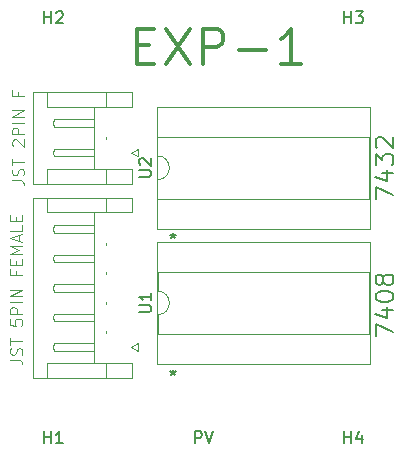
<source format=gbr>
%TF.GenerationSoftware,KiCad,Pcbnew,(6.0.6)*%
%TF.CreationDate,2022-10-10T23:46:28+05:30*%
%TF.ProjectId,exp1,65787031-2e6b-4696-9361-645f70636258,rev?*%
%TF.SameCoordinates,Original*%
%TF.FileFunction,Legend,Top*%
%TF.FilePolarity,Positive*%
%FSLAX46Y46*%
G04 Gerber Fmt 4.6, Leading zero omitted, Abs format (unit mm)*
G04 Created by KiCad (PCBNEW (6.0.6)) date 2022-10-10 23:46:28*
%MOMM*%
%LPD*%
G01*
G04 APERTURE LIST*
%ADD10C,0.125000*%
%ADD11C,0.150000*%
%ADD12C,0.300000*%
%ADD13C,0.120000*%
G04 APERTURE END LIST*
D10*
X114637380Y-65832857D02*
X115351666Y-65832857D01*
X115494523Y-65880476D01*
X115589761Y-65975714D01*
X115637380Y-66118571D01*
X115637380Y-66213809D01*
X115589761Y-65404285D02*
X115637380Y-65261428D01*
X115637380Y-65023333D01*
X115589761Y-64928095D01*
X115542142Y-64880476D01*
X115446904Y-64832857D01*
X115351666Y-64832857D01*
X115256428Y-64880476D01*
X115208809Y-64928095D01*
X115161190Y-65023333D01*
X115113571Y-65213809D01*
X115065952Y-65309047D01*
X115018333Y-65356666D01*
X114923095Y-65404285D01*
X114827857Y-65404285D01*
X114732619Y-65356666D01*
X114685000Y-65309047D01*
X114637380Y-65213809D01*
X114637380Y-64975714D01*
X114685000Y-64832857D01*
X114637380Y-64547142D02*
X114637380Y-63975714D01*
X115637380Y-64261428D02*
X114637380Y-64261428D01*
X114732619Y-62928095D02*
X114685000Y-62880476D01*
X114637380Y-62785238D01*
X114637380Y-62547142D01*
X114685000Y-62451904D01*
X114732619Y-62404285D01*
X114827857Y-62356666D01*
X114923095Y-62356666D01*
X115065952Y-62404285D01*
X115637380Y-62975714D01*
X115637380Y-62356666D01*
X115637380Y-61928095D02*
X114637380Y-61928095D01*
X114637380Y-61547142D01*
X114685000Y-61451904D01*
X114732619Y-61404285D01*
X114827857Y-61356666D01*
X114970714Y-61356666D01*
X115065952Y-61404285D01*
X115113571Y-61451904D01*
X115161190Y-61547142D01*
X115161190Y-61928095D01*
X115637380Y-60928095D02*
X114637380Y-60928095D01*
X115637380Y-60451904D02*
X114637380Y-60451904D01*
X115637380Y-59880476D01*
X114637380Y-59880476D01*
X115113571Y-58309047D02*
X115113571Y-58642380D01*
X115637380Y-58642380D02*
X114637380Y-58642380D01*
X114637380Y-58166190D01*
D11*
X130119523Y-88082380D02*
X130119523Y-87082380D01*
X130500476Y-87082380D01*
X130595714Y-87130000D01*
X130643333Y-87177619D01*
X130690952Y-87272857D01*
X130690952Y-87415714D01*
X130643333Y-87510952D01*
X130595714Y-87558571D01*
X130500476Y-87606190D01*
X130119523Y-87606190D01*
X130976666Y-87082380D02*
X131310000Y-88082380D01*
X131643333Y-87082380D01*
X128235000Y-81862380D02*
X128235000Y-82100476D01*
X127996904Y-82005238D02*
X128235000Y-82100476D01*
X128473095Y-82005238D01*
X128092142Y-82290952D02*
X128235000Y-82100476D01*
X128377857Y-82290952D01*
D12*
X125222857Y-54395714D02*
X126222857Y-54395714D01*
X126651428Y-55967142D02*
X125222857Y-55967142D01*
X125222857Y-52967142D01*
X126651428Y-52967142D01*
X127651428Y-52967142D02*
X129651428Y-55967142D01*
X129651428Y-52967142D02*
X127651428Y-55967142D01*
X130794285Y-55967142D02*
X130794285Y-52967142D01*
X131937142Y-52967142D01*
X132222857Y-53110000D01*
X132365714Y-53252857D01*
X132508571Y-53538571D01*
X132508571Y-53967142D01*
X132365714Y-54252857D01*
X132222857Y-54395714D01*
X131937142Y-54538571D01*
X130794285Y-54538571D01*
X133794285Y-54824285D02*
X136080000Y-54824285D01*
X139080000Y-55967142D02*
X137365714Y-55967142D01*
X138222857Y-55967142D02*
X138222857Y-52967142D01*
X137937142Y-53395714D01*
X137651428Y-53681428D01*
X137365714Y-53824285D01*
D10*
X114477380Y-81022380D02*
X115191666Y-81022380D01*
X115334523Y-81070000D01*
X115429761Y-81165238D01*
X115477380Y-81308095D01*
X115477380Y-81403333D01*
X115429761Y-80593809D02*
X115477380Y-80450952D01*
X115477380Y-80212857D01*
X115429761Y-80117619D01*
X115382142Y-80070000D01*
X115286904Y-80022380D01*
X115191666Y-80022380D01*
X115096428Y-80070000D01*
X115048809Y-80117619D01*
X115001190Y-80212857D01*
X114953571Y-80403333D01*
X114905952Y-80498571D01*
X114858333Y-80546190D01*
X114763095Y-80593809D01*
X114667857Y-80593809D01*
X114572619Y-80546190D01*
X114525000Y-80498571D01*
X114477380Y-80403333D01*
X114477380Y-80165238D01*
X114525000Y-80022380D01*
X114477380Y-79736666D02*
X114477380Y-79165238D01*
X115477380Y-79450952D02*
X114477380Y-79450952D01*
X114477380Y-77593809D02*
X114477380Y-78070000D01*
X114953571Y-78117619D01*
X114905952Y-78070000D01*
X114858333Y-77974761D01*
X114858333Y-77736666D01*
X114905952Y-77641428D01*
X114953571Y-77593809D01*
X115048809Y-77546190D01*
X115286904Y-77546190D01*
X115382142Y-77593809D01*
X115429761Y-77641428D01*
X115477380Y-77736666D01*
X115477380Y-77974761D01*
X115429761Y-78070000D01*
X115382142Y-78117619D01*
X115477380Y-77117619D02*
X114477380Y-77117619D01*
X114477380Y-76736666D01*
X114525000Y-76641428D01*
X114572619Y-76593809D01*
X114667857Y-76546190D01*
X114810714Y-76546190D01*
X114905952Y-76593809D01*
X114953571Y-76641428D01*
X115001190Y-76736666D01*
X115001190Y-77117619D01*
X115477380Y-76117619D02*
X114477380Y-76117619D01*
X115477380Y-75641428D02*
X114477380Y-75641428D01*
X115477380Y-75070000D01*
X114477380Y-75070000D01*
X114953571Y-73498571D02*
X114953571Y-73831904D01*
X115477380Y-73831904D02*
X114477380Y-73831904D01*
X114477380Y-73355714D01*
X114953571Y-72974761D02*
X114953571Y-72641428D01*
X115477380Y-72498571D02*
X115477380Y-72974761D01*
X114477380Y-72974761D01*
X114477380Y-72498571D01*
X115477380Y-72070000D02*
X114477380Y-72070000D01*
X115191666Y-71736666D01*
X114477380Y-71403333D01*
X115477380Y-71403333D01*
X115191666Y-70974761D02*
X115191666Y-70498571D01*
X115477380Y-71070000D02*
X114477380Y-70736666D01*
X115477380Y-70403333D01*
X115477380Y-69593809D02*
X115477380Y-70070000D01*
X114477380Y-70070000D01*
X114953571Y-69260476D02*
X114953571Y-68927142D01*
X115477380Y-68784285D02*
X115477380Y-69260476D01*
X114477380Y-69260476D01*
X114477380Y-68784285D01*
D11*
X128255000Y-70272380D02*
X128255000Y-70510476D01*
X128016904Y-70415238D02*
X128255000Y-70510476D01*
X128493095Y-70415238D01*
X128112142Y-70700952D02*
X128255000Y-70510476D01*
X128397857Y-70700952D01*
%TO.C,U1*%
X125392380Y-76961904D02*
X126201904Y-76961904D01*
X126297142Y-76914285D01*
X126344761Y-76866666D01*
X126392380Y-76771428D01*
X126392380Y-76580952D01*
X126344761Y-76485714D01*
X126297142Y-76438095D01*
X126201904Y-76390476D01*
X125392380Y-76390476D01*
X126392380Y-75390476D02*
X126392380Y-75961904D01*
X126392380Y-75676190D02*
X125392380Y-75676190D01*
X125535238Y-75771428D01*
X125630476Y-75866666D01*
X125678095Y-75961904D01*
X145403571Y-79012857D02*
X145403571Y-78012857D01*
X146903571Y-78655714D01*
X145903571Y-76798571D02*
X146903571Y-76798571D01*
X145332142Y-77155714D02*
X146403571Y-77512857D01*
X146403571Y-76584285D01*
X145403571Y-75727142D02*
X145403571Y-75584285D01*
X145475000Y-75441428D01*
X145546428Y-75370000D01*
X145689285Y-75298571D01*
X145975000Y-75227142D01*
X146332142Y-75227142D01*
X146617857Y-75298571D01*
X146760714Y-75370000D01*
X146832142Y-75441428D01*
X146903571Y-75584285D01*
X146903571Y-75727142D01*
X146832142Y-75870000D01*
X146760714Y-75941428D01*
X146617857Y-76012857D01*
X146332142Y-76084285D01*
X145975000Y-76084285D01*
X145689285Y-76012857D01*
X145546428Y-75941428D01*
X145475000Y-75870000D01*
X145403571Y-75727142D01*
X146046428Y-74370000D02*
X145975000Y-74512857D01*
X145903571Y-74584285D01*
X145760714Y-74655714D01*
X145689285Y-74655714D01*
X145546428Y-74584285D01*
X145475000Y-74512857D01*
X145403571Y-74370000D01*
X145403571Y-74084285D01*
X145475000Y-73941428D01*
X145546428Y-73870000D01*
X145689285Y-73798571D01*
X145760714Y-73798571D01*
X145903571Y-73870000D01*
X145975000Y-73941428D01*
X146046428Y-74084285D01*
X146046428Y-74370000D01*
X146117857Y-74512857D01*
X146189285Y-74584285D01*
X146332142Y-74655714D01*
X146617857Y-74655714D01*
X146760714Y-74584285D01*
X146832142Y-74512857D01*
X146903571Y-74370000D01*
X146903571Y-74084285D01*
X146832142Y-73941428D01*
X146760714Y-73870000D01*
X146617857Y-73798571D01*
X146332142Y-73798571D01*
X146189285Y-73870000D01*
X146117857Y-73941428D01*
X146046428Y-74084285D01*
%TO.C,H2*%
X117348095Y-52522380D02*
X117348095Y-51522380D01*
X117348095Y-51998571D02*
X117919523Y-51998571D01*
X117919523Y-52522380D02*
X117919523Y-51522380D01*
X118348095Y-51617619D02*
X118395714Y-51570000D01*
X118490952Y-51522380D01*
X118729047Y-51522380D01*
X118824285Y-51570000D01*
X118871904Y-51617619D01*
X118919523Y-51712857D01*
X118919523Y-51808095D01*
X118871904Y-51950952D01*
X118300476Y-52522380D01*
X118919523Y-52522380D01*
%TO.C,H3*%
X142748095Y-52522380D02*
X142748095Y-51522380D01*
X142748095Y-51998571D02*
X143319523Y-51998571D01*
X143319523Y-52522380D02*
X143319523Y-51522380D01*
X143700476Y-51522380D02*
X144319523Y-51522380D01*
X143986190Y-51903333D01*
X144129047Y-51903333D01*
X144224285Y-51950952D01*
X144271904Y-51998571D01*
X144319523Y-52093809D01*
X144319523Y-52331904D01*
X144271904Y-52427142D01*
X144224285Y-52474761D01*
X144129047Y-52522380D01*
X143843333Y-52522380D01*
X143748095Y-52474761D01*
X143700476Y-52427142D01*
%TO.C,H1*%
X117348095Y-88082380D02*
X117348095Y-87082380D01*
X117348095Y-87558571D02*
X117919523Y-87558571D01*
X117919523Y-88082380D02*
X117919523Y-87082380D01*
X118919523Y-88082380D02*
X118348095Y-88082380D01*
X118633809Y-88082380D02*
X118633809Y-87082380D01*
X118538571Y-87225238D01*
X118443333Y-87320476D01*
X118348095Y-87368095D01*
%TO.C,H4*%
X142748095Y-88082380D02*
X142748095Y-87082380D01*
X142748095Y-87558571D02*
X143319523Y-87558571D01*
X143319523Y-88082380D02*
X143319523Y-87082380D01*
X144224285Y-87415714D02*
X144224285Y-88082380D01*
X143986190Y-87034761D02*
X143748095Y-87749047D01*
X144367142Y-87749047D01*
%TO.C,U2*%
X125387380Y-65521904D02*
X126196904Y-65521904D01*
X126292142Y-65474285D01*
X126339761Y-65426666D01*
X126387380Y-65331428D01*
X126387380Y-65140952D01*
X126339761Y-65045714D01*
X126292142Y-64998095D01*
X126196904Y-64950476D01*
X125387380Y-64950476D01*
X125482619Y-64521904D02*
X125435000Y-64474285D01*
X125387380Y-64379047D01*
X125387380Y-64140952D01*
X125435000Y-64045714D01*
X125482619Y-63998095D01*
X125577857Y-63950476D01*
X125673095Y-63950476D01*
X125815952Y-63998095D01*
X126387380Y-64569523D01*
X126387380Y-63950476D01*
X145403571Y-67402857D02*
X145403571Y-66402857D01*
X146903571Y-67045714D01*
X145903571Y-65188571D02*
X146903571Y-65188571D01*
X145332142Y-65545714D02*
X146403571Y-65902857D01*
X146403571Y-64974285D01*
X145403571Y-64545714D02*
X145403571Y-63617142D01*
X145975000Y-64117142D01*
X145975000Y-63902857D01*
X146046428Y-63760000D01*
X146117857Y-63688571D01*
X146260714Y-63617142D01*
X146617857Y-63617142D01*
X146760714Y-63688571D01*
X146832142Y-63760000D01*
X146903571Y-63902857D01*
X146903571Y-64331428D01*
X146832142Y-64474285D01*
X146760714Y-64545714D01*
X145546428Y-63045714D02*
X145475000Y-62974285D01*
X145403571Y-62831428D01*
X145403571Y-62474285D01*
X145475000Y-62331428D01*
X145546428Y-62260000D01*
X145689285Y-62188571D01*
X145832142Y-62188571D01*
X146046428Y-62260000D01*
X146903571Y-63117142D01*
X146903571Y-62188571D01*
D13*
%TO.C,U1*%
X126940000Y-78850000D02*
X144840000Y-78850000D01*
X144840000Y-73550000D02*
X126940000Y-73550000D01*
X126880000Y-81340000D02*
X144900000Y-81340000D01*
X126880000Y-71060000D02*
X126880000Y-81340000D01*
X144900000Y-71060000D02*
X126880000Y-71060000D01*
X126940000Y-77200000D02*
X126940000Y-78850000D01*
X144900000Y-81340000D02*
X144900000Y-71060000D01*
X126940000Y-73550000D02*
X126940000Y-75200000D01*
X144840000Y-78850000D02*
X144840000Y-73550000D01*
X126940000Y-77200000D02*
G75*
G03*
X126940000Y-75200000I0J1000000D01*
G01*
%TO.C,J1*%
X121592500Y-77430000D02*
X121592500Y-77750000D01*
X124792500Y-82540000D02*
X116372500Y-82540000D01*
X116372500Y-82540000D02*
X116372500Y-67320000D01*
X122592500Y-73760000D02*
X122592500Y-73600000D01*
X121592500Y-77110000D02*
X121592500Y-77430000D01*
X125282500Y-79630000D02*
X124682500Y-79930000D01*
X118092500Y-72430000D02*
X118172500Y-72110000D01*
X121592500Y-72430000D02*
X121592500Y-72750000D01*
X118172500Y-79610000D02*
X121592500Y-79610000D01*
X118092500Y-79930000D02*
X118172500Y-79610000D01*
X117592500Y-67320000D02*
X117592500Y-68540000D01*
X121592500Y-72110000D02*
X121592500Y-72430000D01*
X117592500Y-81320000D02*
X122592500Y-81320000D01*
X124792500Y-81320000D02*
X124792500Y-82540000D01*
X124792500Y-67320000D02*
X124792500Y-68540000D01*
X118092500Y-69930000D02*
X118172500Y-69610000D01*
X121592500Y-79930000D02*
X121592500Y-80250000D01*
X121592500Y-72750000D02*
X118172500Y-72750000D01*
X124792500Y-68540000D02*
X122592500Y-68540000D01*
X121592500Y-80250000D02*
X118172500Y-80250000D01*
X122592500Y-71260000D02*
X122592500Y-71100000D01*
X121592500Y-79610000D02*
X121592500Y-79930000D01*
X116372500Y-67320000D02*
X124792500Y-67320000D01*
X118172500Y-74610000D02*
X121592500Y-74610000D01*
X118172500Y-77110000D02*
X121592500Y-77110000D01*
X118172500Y-69610000D02*
X121592500Y-69610000D01*
X121592500Y-75250000D02*
X118172500Y-75250000D01*
X118172500Y-72110000D02*
X121592500Y-72110000D01*
X122592500Y-68540000D02*
X122592500Y-67320000D01*
X124682500Y-79930000D02*
X125282500Y-80230000D01*
X118172500Y-72750000D02*
X118092500Y-72430000D01*
X118172500Y-77750000D02*
X118092500Y-77430000D01*
X118172500Y-75250000D02*
X118092500Y-74930000D01*
X118092500Y-74930000D02*
X118172500Y-74610000D01*
X117592500Y-68540000D02*
X122592500Y-68540000D01*
X121592500Y-81320000D02*
X121592500Y-68540000D01*
X122592500Y-76260000D02*
X122592500Y-76100000D01*
X121592500Y-69610000D02*
X121592500Y-69930000D01*
X118092500Y-77430000D02*
X118172500Y-77110000D01*
X121592500Y-74930000D02*
X121592500Y-75250000D01*
X122592500Y-81320000D02*
X122592500Y-82540000D01*
X118172500Y-70250000D02*
X118092500Y-69930000D01*
X121592500Y-74610000D02*
X121592500Y-74930000D01*
X117592500Y-82540000D02*
X117592500Y-81320000D01*
X122592500Y-81320000D02*
X124792500Y-81320000D01*
X121592500Y-69930000D02*
X121592500Y-70250000D01*
X125282500Y-80230000D02*
X125282500Y-79630000D01*
X118172500Y-80250000D02*
X118092500Y-79930000D01*
X121592500Y-77750000D02*
X118172500Y-77750000D01*
X121592500Y-70250000D02*
X118172500Y-70250000D01*
X122592500Y-78760000D02*
X122592500Y-78600000D01*
%TO.C,J2*%
X121592500Y-63800000D02*
X118172500Y-63800000D01*
X116372500Y-58370000D02*
X124792500Y-58370000D01*
X125282500Y-63780000D02*
X125282500Y-63180000D01*
X118092500Y-63480000D02*
X118172500Y-63160000D01*
X118172500Y-61300000D02*
X118092500Y-60980000D01*
X118172500Y-63800000D02*
X118092500Y-63480000D01*
X124682500Y-63480000D02*
X125282500Y-63780000D01*
X121592500Y-61300000D02*
X118172500Y-61300000D01*
X121592500Y-64870000D02*
X121592500Y-59590000D01*
X122592500Y-59590000D02*
X122592500Y-58370000D01*
X121592500Y-63160000D02*
X121592500Y-63480000D01*
X118172500Y-60660000D02*
X121592500Y-60660000D01*
X117592500Y-58370000D02*
X117592500Y-59590000D01*
X124792500Y-64870000D02*
X124792500Y-66090000D01*
X124792500Y-66090000D02*
X116372500Y-66090000D01*
X121592500Y-63480000D02*
X121592500Y-63800000D01*
X118092500Y-60980000D02*
X118172500Y-60660000D01*
X116372500Y-66090000D02*
X116372500Y-58370000D01*
X125282500Y-63180000D02*
X124682500Y-63480000D01*
X121592500Y-60980000D02*
X121592500Y-61300000D01*
X117592500Y-59590000D02*
X122592500Y-59590000D01*
X117592500Y-64870000D02*
X122592500Y-64870000D01*
X122592500Y-62310000D02*
X122592500Y-62150000D01*
X124792500Y-58370000D02*
X124792500Y-59590000D01*
X118172500Y-63160000D02*
X121592500Y-63160000D01*
X121592500Y-60660000D02*
X121592500Y-60980000D01*
X122592500Y-64870000D02*
X124792500Y-64870000D01*
X117592500Y-66090000D02*
X117592500Y-64870000D01*
X124792500Y-59590000D02*
X122592500Y-59590000D01*
X122592500Y-64870000D02*
X122592500Y-66090000D01*
%TO.C,U2*%
X126935000Y-67410000D02*
X144835000Y-67410000D01*
X126935000Y-62110000D02*
X126935000Y-63760000D01*
X126935000Y-65760000D02*
X126935000Y-67410000D01*
X144895000Y-59620000D02*
X126875000Y-59620000D01*
X126875000Y-59620000D02*
X126875000Y-69900000D01*
X144835000Y-67410000D02*
X144835000Y-62110000D01*
X144835000Y-62110000D02*
X126935000Y-62110000D01*
X144895000Y-69900000D02*
X144895000Y-59620000D01*
X126875000Y-69900000D02*
X144895000Y-69900000D01*
X126935000Y-65760000D02*
G75*
G03*
X126935000Y-63760000I0J1000000D01*
G01*
%TD*%
M02*

</source>
